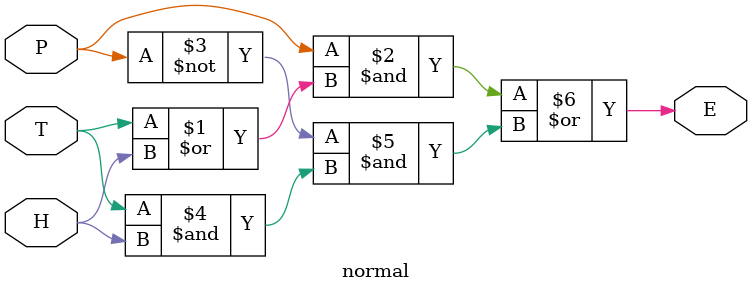
<source format=v>



// Generated by Quartus Prime Version 18.1 (Build Build 625 09/12/2018)
// Created on Tue Feb 18 15:28:26 2020

//  Module Declaration
module normal
(
	// {{ALTERA_ARGS_BEGIN}} DO NOT REMOVE THIS LINE!
	P, T, H, E
	// {{ALTERA_ARGS_END}} DO NOT REMOVE THIS LINE!
);
// Port Declaration

	// {{ALTERA_IO_BEGIN}} DO NOT REMOVE THIS LINE!
	input P;
	input T;
	input H;
	output E;
	// {{ALTERA_IO_END}} DO NOT REMOVE THIS LINE!

	assign E = (P&(T |H)) | (~P&(T & H));
	


endmodule

</source>
